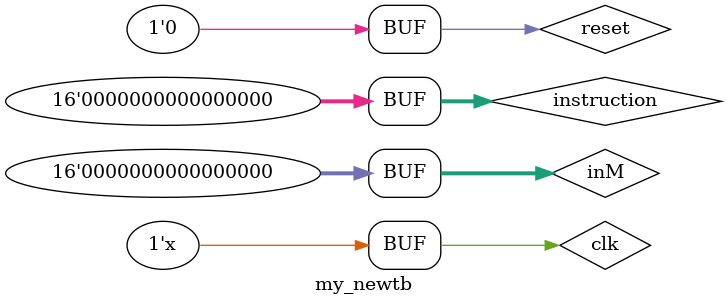
<source format=v>
`timescale 1ns / 1ps


module my_newtb;

	// Inputs
	reg clk;
	reg [15:0] inM;
	reg [15:0] instruction;
	reg reset;

	// Outputs
	wire [15:0] outM;
	wire writeM;
	wire [14:0] addressM;
	wire [14:0] pc;
	wire AinSel;
	wire Dload;
	wire Aload;
	wire PCload;
	wire zr;
	wire ng;

	// Instantiate the Unit Under Test (UUT)
	CPU uut (
		.clk(clk), 
		.inM(inM), 
		.instruction(instruction), 
		.reset(reset), 
		.outM(outM), 
		.writeM(writeM), 
		.addressM(addressM), 
		.pc(pc), 
		.AinSel(AinSel), 
		.Dload(Dload), 
		.Aload(Aload), 
		.PCload(PCload), 
		.zr(zr), 
		.ng(ng)
	);

	initial begin
		// Initialize Inputs
		clk = 1;
		inM = 0;
		instruction = 0;
		reset = 0;

		// Wait 100 ns for global reset to finish
		#10;
        
		// Add stimulus here

	end

always 
begin
	#5 clk = ~clk;
end

endmodule


</source>
